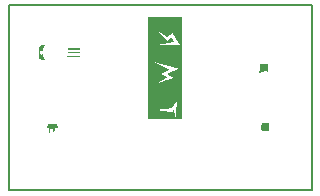
<source format=gbo>
G04 MADE WITH FRITZING*
G04 WWW.FRITZING.ORG*
G04 DOUBLE SIDED*
G04 HOLES PLATED*
G04 CONTOUR ON CENTER OF CONTOUR VECTOR*
%ASAXBY*%
%FSLAX23Y23*%
%MOIN*%
%OFA0B0*%
%SFA1.0B1.0*%
%ADD10R,1.016650X0.624071X1.000650X0.608071*%
%ADD11C,0.008000*%
%ADD12R,0.001000X0.001000*%
%LNSILK0*%
G90*
G70*
G54D11*
X4Y620D02*
X1013Y620D01*
X1013Y4D01*
X4Y4D01*
X4Y620D01*
D02*
G54D12*
X470Y581D02*
X582Y581D01*
X470Y580D02*
X582Y580D01*
X470Y579D02*
X582Y579D01*
X470Y578D02*
X582Y578D01*
X470Y577D02*
X582Y577D01*
X470Y576D02*
X582Y576D01*
X470Y575D02*
X582Y575D01*
X470Y574D02*
X582Y574D01*
X470Y573D02*
X582Y573D01*
X470Y572D02*
X582Y572D01*
X470Y571D02*
X582Y571D01*
X470Y570D02*
X582Y570D01*
X470Y569D02*
X582Y569D01*
X470Y568D02*
X582Y568D01*
X470Y567D02*
X582Y567D01*
X470Y566D02*
X582Y566D01*
X470Y565D02*
X582Y565D01*
X470Y564D02*
X582Y564D01*
X470Y563D02*
X582Y563D01*
X470Y562D02*
X582Y562D01*
X470Y561D02*
X582Y561D01*
X470Y560D02*
X582Y560D01*
X470Y559D02*
X582Y559D01*
X470Y558D02*
X582Y558D01*
X470Y557D02*
X582Y557D01*
X470Y556D02*
X582Y556D01*
X470Y555D02*
X582Y555D01*
X470Y554D02*
X582Y554D01*
X470Y553D02*
X582Y553D01*
X470Y552D02*
X582Y552D01*
X470Y551D02*
X582Y551D01*
X470Y550D02*
X582Y550D01*
X470Y549D02*
X582Y549D01*
X470Y548D02*
X582Y548D01*
X470Y547D02*
X582Y547D01*
X470Y546D02*
X582Y546D01*
X470Y545D02*
X582Y545D01*
X470Y544D02*
X582Y544D01*
X470Y543D02*
X582Y543D01*
X470Y542D02*
X582Y542D01*
X470Y541D02*
X582Y541D01*
X470Y540D02*
X582Y540D01*
X470Y539D02*
X582Y539D01*
X470Y538D02*
X582Y538D01*
X470Y537D02*
X582Y537D01*
X470Y536D02*
X582Y536D01*
X470Y535D02*
X582Y535D01*
X470Y534D02*
X582Y534D01*
X470Y533D02*
X582Y533D01*
X470Y532D02*
X503Y532D01*
X505Y532D02*
X582Y532D01*
X470Y531D02*
X503Y531D01*
X507Y531D02*
X582Y531D01*
X470Y530D02*
X504Y530D01*
X509Y530D02*
X582Y530D01*
X470Y529D02*
X505Y529D01*
X510Y529D02*
X582Y529D01*
X470Y528D02*
X506Y528D01*
X512Y528D02*
X582Y528D01*
X470Y527D02*
X507Y527D01*
X513Y527D02*
X548Y527D01*
X550Y527D02*
X582Y527D01*
X470Y526D02*
X508Y526D01*
X515Y526D02*
X547Y526D01*
X551Y526D02*
X582Y526D01*
X470Y525D02*
X509Y525D01*
X516Y525D02*
X545Y525D01*
X551Y525D02*
X582Y525D01*
X470Y524D02*
X510Y524D01*
X518Y524D02*
X544Y524D01*
X552Y524D02*
X582Y524D01*
X470Y523D02*
X511Y523D01*
X519Y523D02*
X543Y523D01*
X552Y523D02*
X582Y523D01*
X470Y522D02*
X512Y522D01*
X521Y522D02*
X541Y522D01*
X553Y522D02*
X582Y522D01*
X470Y521D02*
X513Y521D01*
X522Y521D02*
X540Y521D01*
X554Y521D02*
X582Y521D01*
X470Y520D02*
X514Y520D01*
X523Y520D02*
X539Y520D01*
X554Y520D02*
X582Y520D01*
X470Y519D02*
X515Y519D01*
X525Y519D02*
X538Y519D01*
X555Y519D02*
X582Y519D01*
X470Y518D02*
X516Y518D01*
X526Y518D02*
X536Y518D01*
X556Y518D02*
X582Y518D01*
X470Y517D02*
X517Y517D01*
X528Y517D02*
X535Y517D01*
X556Y517D02*
X582Y517D01*
X470Y516D02*
X518Y516D01*
X529Y516D02*
X534Y516D01*
X557Y516D02*
X582Y516D01*
X470Y515D02*
X519Y515D01*
X531Y515D02*
X533Y515D01*
X557Y515D02*
X582Y515D01*
X470Y514D02*
X520Y514D01*
X558Y514D02*
X582Y514D01*
X470Y513D02*
X521Y513D01*
X559Y513D02*
X582Y513D01*
X470Y512D02*
X522Y512D01*
X559Y512D02*
X582Y512D01*
X470Y511D02*
X523Y511D01*
X546Y511D02*
X547Y511D01*
X560Y511D02*
X582Y511D01*
X470Y510D02*
X524Y510D01*
X544Y510D02*
X548Y510D01*
X561Y510D02*
X582Y510D01*
X470Y509D02*
X525Y509D01*
X543Y509D02*
X548Y509D01*
X561Y509D02*
X582Y509D01*
X470Y508D02*
X526Y508D01*
X542Y508D02*
X549Y508D01*
X562Y508D02*
X582Y508D01*
X470Y507D02*
X527Y507D01*
X540Y507D02*
X549Y507D01*
X563Y507D02*
X582Y507D01*
X470Y506D02*
X528Y506D01*
X539Y506D02*
X550Y506D01*
X563Y506D02*
X582Y506D01*
X470Y505D02*
X529Y505D01*
X538Y505D02*
X551Y505D01*
X564Y505D02*
X582Y505D01*
X470Y504D02*
X530Y504D01*
X537Y504D02*
X551Y504D01*
X565Y504D02*
X582Y504D01*
X470Y503D02*
X531Y503D01*
X535Y503D02*
X552Y503D01*
X565Y503D02*
X582Y503D01*
X470Y502D02*
X552Y502D01*
X566Y502D02*
X582Y502D01*
X470Y501D02*
X553Y501D01*
X566Y501D02*
X582Y501D01*
X470Y500D02*
X553Y500D01*
X567Y500D02*
X582Y500D01*
X470Y499D02*
X554Y499D01*
X568Y499D02*
X582Y499D01*
X470Y498D02*
X553Y498D01*
X568Y498D02*
X582Y498D01*
X470Y497D02*
X548Y497D01*
X569Y497D02*
X582Y497D01*
X470Y496D02*
X543Y496D01*
X570Y496D02*
X582Y496D01*
X470Y495D02*
X538Y495D01*
X570Y495D02*
X582Y495D01*
X470Y494D02*
X532Y494D01*
X571Y494D02*
X582Y494D01*
X470Y493D02*
X527Y493D01*
X571Y493D02*
X582Y493D01*
X470Y492D02*
X522Y492D01*
X572Y492D02*
X582Y492D01*
X470Y491D02*
X517Y491D01*
X573Y491D02*
X582Y491D01*
X470Y490D02*
X512Y490D01*
X574Y490D02*
X582Y490D01*
X470Y489D02*
X506Y489D01*
X574Y489D02*
X582Y489D01*
X470Y488D02*
X504Y488D01*
X575Y488D02*
X582Y488D01*
X470Y487D02*
X572Y487D01*
X575Y487D02*
X582Y487D01*
X113Y486D02*
X124Y486D01*
X470Y486D02*
X582Y486D01*
X112Y485D02*
X123Y485D01*
X470Y485D02*
X582Y485D01*
X110Y484D02*
X123Y484D01*
X470Y484D02*
X582Y484D01*
X108Y483D02*
X122Y483D01*
X470Y483D02*
X582Y483D01*
X106Y482D02*
X121Y482D01*
X470Y482D02*
X582Y482D01*
X105Y481D02*
X121Y481D01*
X470Y481D02*
X582Y481D01*
X104Y480D02*
X120Y480D01*
X470Y480D02*
X582Y480D01*
X104Y479D02*
X120Y479D01*
X470Y479D02*
X582Y479D01*
X104Y478D02*
X120Y478D01*
X470Y478D02*
X582Y478D01*
X104Y477D02*
X119Y477D01*
X200Y477D02*
X238Y477D01*
X470Y477D02*
X582Y477D01*
X104Y476D02*
X119Y476D01*
X201Y476D02*
X240Y476D01*
X470Y476D02*
X582Y476D01*
X104Y475D02*
X119Y475D01*
X201Y475D02*
X241Y475D01*
X470Y475D02*
X582Y475D01*
X104Y474D02*
X118Y474D01*
X201Y474D02*
X241Y474D01*
X470Y474D02*
X582Y474D01*
X104Y473D02*
X118Y473D01*
X201Y473D02*
X241Y473D01*
X470Y473D02*
X582Y473D01*
X104Y472D02*
X118Y472D01*
X202Y472D02*
X239Y472D01*
X470Y472D02*
X582Y472D01*
X104Y471D02*
X118Y471D01*
X470Y471D02*
X582Y471D01*
X104Y470D02*
X117Y470D01*
X470Y470D02*
X582Y470D01*
X104Y469D02*
X117Y469D01*
X470Y469D02*
X582Y469D01*
X104Y468D02*
X111Y468D01*
X116Y468D02*
X117Y468D01*
X470Y468D02*
X582Y468D01*
X104Y467D02*
X109Y467D01*
X470Y467D02*
X582Y467D01*
X104Y466D02*
X108Y466D01*
X470Y466D02*
X582Y466D01*
X104Y465D02*
X108Y465D01*
X470Y465D02*
X582Y465D01*
X104Y464D02*
X107Y464D01*
X203Y464D02*
X240Y464D01*
X470Y464D02*
X582Y464D01*
X104Y463D02*
X107Y463D01*
X203Y463D02*
X241Y463D01*
X470Y463D02*
X582Y463D01*
X104Y462D02*
X107Y462D01*
X203Y462D02*
X241Y462D01*
X470Y462D02*
X582Y462D01*
X104Y461D02*
X107Y461D01*
X203Y461D02*
X241Y461D01*
X470Y461D02*
X582Y461D01*
X104Y460D02*
X107Y460D01*
X203Y460D02*
X239Y460D01*
X470Y460D02*
X582Y460D01*
X104Y459D02*
X108Y459D01*
X470Y459D02*
X582Y459D01*
X104Y458D02*
X108Y458D01*
X470Y458D02*
X582Y458D01*
X104Y457D02*
X109Y457D01*
X470Y457D02*
X582Y457D01*
X104Y456D02*
X111Y456D01*
X116Y456D02*
X117Y456D01*
X470Y456D02*
X582Y456D01*
X104Y455D02*
X118Y455D01*
X470Y455D02*
X582Y455D01*
X104Y454D02*
X118Y454D01*
X470Y454D02*
X582Y454D01*
X104Y453D02*
X118Y453D01*
X470Y453D02*
X582Y453D01*
X104Y452D02*
X118Y452D01*
X201Y452D02*
X239Y452D01*
X470Y452D02*
X582Y452D01*
X104Y451D02*
X119Y451D01*
X201Y451D02*
X241Y451D01*
X470Y451D02*
X582Y451D01*
X104Y450D02*
X119Y450D01*
X201Y450D02*
X241Y450D01*
X470Y450D02*
X582Y450D01*
X104Y449D02*
X119Y449D01*
X200Y449D02*
X241Y449D01*
X470Y449D02*
X582Y449D01*
X104Y448D02*
X119Y448D01*
X200Y448D02*
X240Y448D01*
X470Y448D02*
X582Y448D01*
X104Y447D02*
X120Y447D01*
X200Y447D02*
X238Y447D01*
X470Y447D02*
X582Y447D01*
X104Y446D02*
X120Y446D01*
X470Y446D02*
X582Y446D01*
X104Y445D02*
X121Y445D01*
X470Y445D02*
X582Y445D01*
X104Y444D02*
X121Y444D01*
X470Y444D02*
X582Y444D01*
X105Y443D02*
X122Y443D01*
X470Y443D02*
X582Y443D01*
X107Y442D02*
X122Y442D01*
X470Y442D02*
X582Y442D01*
X108Y441D02*
X123Y441D01*
X470Y441D02*
X582Y441D01*
X110Y440D02*
X123Y440D01*
X470Y440D02*
X582Y440D01*
X112Y439D02*
X124Y439D01*
X470Y439D02*
X582Y439D01*
X114Y438D02*
X125Y438D01*
X470Y438D02*
X582Y438D01*
X470Y437D02*
X582Y437D01*
X470Y436D02*
X582Y436D01*
X470Y435D02*
X582Y435D01*
X470Y434D02*
X582Y434D01*
X470Y433D02*
X582Y433D01*
X470Y432D02*
X582Y432D01*
X470Y431D02*
X582Y431D01*
X470Y430D02*
X582Y430D01*
X470Y429D02*
X491Y429D01*
X495Y429D02*
X582Y429D01*
X470Y428D02*
X493Y428D01*
X499Y428D02*
X582Y428D01*
X470Y427D02*
X495Y427D01*
X503Y427D02*
X582Y427D01*
X470Y426D02*
X497Y426D01*
X506Y426D02*
X582Y426D01*
X470Y425D02*
X499Y425D01*
X510Y425D02*
X582Y425D01*
X470Y424D02*
X501Y424D01*
X514Y424D02*
X582Y424D01*
X843Y424D02*
X866Y424D01*
X470Y423D02*
X503Y423D01*
X518Y423D02*
X582Y423D01*
X843Y423D02*
X866Y423D01*
X470Y422D02*
X505Y422D01*
X521Y422D02*
X582Y422D01*
X843Y422D02*
X866Y422D01*
X470Y421D02*
X507Y421D01*
X525Y421D02*
X582Y421D01*
X843Y421D02*
X866Y421D01*
X470Y420D02*
X509Y420D01*
X529Y420D02*
X582Y420D01*
X843Y420D02*
X866Y420D01*
X470Y419D02*
X511Y419D01*
X532Y419D02*
X582Y419D01*
X843Y419D02*
X866Y419D01*
X470Y418D02*
X513Y418D01*
X536Y418D02*
X582Y418D01*
X843Y418D02*
X866Y418D01*
X470Y417D02*
X515Y417D01*
X540Y417D02*
X582Y417D01*
X843Y417D02*
X866Y417D01*
X470Y416D02*
X517Y416D01*
X544Y416D02*
X582Y416D01*
X843Y416D02*
X866Y416D01*
X470Y415D02*
X519Y415D01*
X547Y415D02*
X582Y415D01*
X843Y415D02*
X866Y415D01*
X470Y414D02*
X521Y414D01*
X551Y414D02*
X582Y414D01*
X842Y414D02*
X866Y414D01*
X470Y413D02*
X523Y413D01*
X555Y413D02*
X582Y413D01*
X842Y413D02*
X866Y413D01*
X470Y412D02*
X525Y412D01*
X558Y412D02*
X582Y412D01*
X842Y412D02*
X866Y412D01*
X470Y411D02*
X526Y411D01*
X562Y411D02*
X582Y411D01*
X842Y411D02*
X866Y411D01*
X470Y410D02*
X528Y410D01*
X566Y410D02*
X582Y410D01*
X842Y410D02*
X866Y410D01*
X470Y409D02*
X530Y409D01*
X569Y409D02*
X582Y409D01*
X842Y409D02*
X866Y409D01*
X470Y408D02*
X532Y408D01*
X569Y408D02*
X582Y408D01*
X842Y408D02*
X866Y408D01*
X470Y407D02*
X534Y407D01*
X567Y407D02*
X582Y407D01*
X842Y407D02*
X866Y407D01*
X470Y406D02*
X536Y406D01*
X564Y406D02*
X582Y406D01*
X842Y406D02*
X866Y406D01*
X470Y405D02*
X537Y405D01*
X562Y405D02*
X582Y405D01*
X842Y405D02*
X866Y405D01*
X470Y404D02*
X535Y404D01*
X560Y404D02*
X582Y404D01*
X842Y404D02*
X866Y404D01*
X470Y403D02*
X533Y403D01*
X557Y403D02*
X582Y403D01*
X842Y403D02*
X866Y403D01*
X470Y402D02*
X531Y402D01*
X555Y402D02*
X582Y402D01*
X842Y402D02*
X866Y402D01*
X470Y401D02*
X530Y401D01*
X553Y401D02*
X582Y401D01*
X842Y401D02*
X866Y401D01*
X470Y400D02*
X528Y400D01*
X551Y400D02*
X582Y400D01*
X842Y400D02*
X866Y400D01*
X470Y399D02*
X526Y399D01*
X548Y399D02*
X582Y399D01*
X840Y399D02*
X855Y399D01*
X864Y399D02*
X867Y399D01*
X470Y398D02*
X524Y398D01*
X546Y398D02*
X582Y398D01*
X840Y398D02*
X850Y398D01*
X868Y398D02*
X868Y398D01*
X470Y397D02*
X522Y397D01*
X544Y397D02*
X582Y397D01*
X840Y397D02*
X847Y397D01*
X470Y396D02*
X520Y396D01*
X542Y396D02*
X582Y396D01*
X840Y396D02*
X844Y396D01*
X470Y395D02*
X518Y395D01*
X539Y395D02*
X582Y395D01*
X840Y395D02*
X842Y395D01*
X470Y394D02*
X516Y394D01*
X537Y394D02*
X582Y394D01*
X840Y394D02*
X840Y394D01*
X470Y393D02*
X515Y393D01*
X535Y393D02*
X582Y393D01*
X470Y392D02*
X513Y392D01*
X533Y392D02*
X582Y392D01*
X470Y391D02*
X511Y391D01*
X531Y391D02*
X582Y391D01*
X470Y390D02*
X512Y390D01*
X532Y390D02*
X582Y390D01*
X470Y389D02*
X514Y389D01*
X534Y389D02*
X582Y389D01*
X470Y388D02*
X516Y388D01*
X536Y388D02*
X582Y388D01*
X470Y387D02*
X518Y387D01*
X538Y387D02*
X582Y387D01*
X470Y386D02*
X520Y386D01*
X540Y386D02*
X582Y386D01*
X470Y385D02*
X522Y385D01*
X542Y385D02*
X582Y385D01*
X470Y384D02*
X524Y384D01*
X543Y384D02*
X582Y384D01*
X470Y383D02*
X526Y383D01*
X545Y383D02*
X582Y383D01*
X470Y382D02*
X528Y382D01*
X547Y382D02*
X582Y382D01*
X470Y381D02*
X529Y381D01*
X549Y381D02*
X582Y381D01*
X470Y380D02*
X531Y380D01*
X551Y380D02*
X582Y380D01*
X470Y379D02*
X530Y379D01*
X553Y379D02*
X582Y379D01*
X470Y378D02*
X529Y378D01*
X553Y378D02*
X582Y378D01*
X470Y377D02*
X527Y377D01*
X551Y377D02*
X582Y377D01*
X470Y376D02*
X525Y376D01*
X547Y376D02*
X582Y376D01*
X470Y375D02*
X524Y375D01*
X544Y375D02*
X582Y375D01*
X470Y374D02*
X522Y374D01*
X541Y374D02*
X582Y374D01*
X470Y373D02*
X520Y373D01*
X538Y373D02*
X582Y373D01*
X470Y372D02*
X519Y372D01*
X535Y372D02*
X582Y372D01*
X470Y371D02*
X517Y371D01*
X532Y371D02*
X582Y371D01*
X470Y370D02*
X516Y370D01*
X529Y370D02*
X582Y370D01*
X470Y369D02*
X514Y369D01*
X526Y369D02*
X582Y369D01*
X470Y368D02*
X512Y368D01*
X523Y368D02*
X582Y368D01*
X470Y367D02*
X511Y367D01*
X520Y367D02*
X582Y367D01*
X470Y366D02*
X509Y366D01*
X517Y366D02*
X582Y366D01*
X470Y365D02*
X507Y365D01*
X514Y365D02*
X582Y365D01*
X470Y364D02*
X506Y364D01*
X511Y364D02*
X582Y364D01*
X470Y363D02*
X504Y363D01*
X508Y363D02*
X582Y363D01*
X470Y362D02*
X582Y362D01*
X470Y361D02*
X582Y361D01*
X470Y360D02*
X582Y360D01*
X470Y359D02*
X582Y359D01*
X470Y358D02*
X582Y358D01*
X470Y357D02*
X582Y357D01*
X470Y356D02*
X582Y356D01*
X470Y355D02*
X582Y355D01*
X470Y354D02*
X582Y354D01*
X470Y353D02*
X582Y353D01*
X470Y352D02*
X582Y352D01*
X470Y351D02*
X582Y351D01*
X470Y350D02*
X582Y350D01*
X470Y349D02*
X582Y349D01*
X470Y348D02*
X582Y348D01*
X470Y347D02*
X582Y347D01*
X470Y346D02*
X582Y346D01*
X470Y345D02*
X582Y345D01*
X470Y344D02*
X582Y344D01*
X470Y343D02*
X582Y343D01*
X470Y342D02*
X582Y342D01*
X470Y341D02*
X582Y341D01*
X470Y340D02*
X582Y340D01*
X470Y339D02*
X582Y339D01*
X470Y338D02*
X582Y338D01*
X470Y337D02*
X582Y337D01*
X470Y336D02*
X582Y336D01*
X470Y335D02*
X582Y335D01*
X470Y334D02*
X582Y334D01*
X470Y333D02*
X582Y333D01*
X470Y332D02*
X582Y332D01*
X470Y331D02*
X582Y331D01*
X470Y330D02*
X582Y330D01*
X470Y329D02*
X582Y329D01*
X470Y328D02*
X582Y328D01*
X470Y327D02*
X582Y327D01*
X470Y326D02*
X582Y326D01*
X470Y325D02*
X582Y325D01*
X470Y324D02*
X582Y324D01*
X470Y323D02*
X582Y323D01*
X470Y322D02*
X582Y322D01*
X470Y321D02*
X582Y321D01*
X470Y320D02*
X582Y320D01*
X470Y319D02*
X582Y319D01*
X470Y318D02*
X582Y318D01*
X470Y317D02*
X582Y317D01*
X470Y316D02*
X582Y316D01*
X470Y315D02*
X582Y315D01*
X470Y314D02*
X582Y314D01*
X470Y313D02*
X582Y313D01*
X470Y312D02*
X582Y312D01*
X470Y311D02*
X582Y311D01*
X470Y310D02*
X582Y310D01*
X470Y309D02*
X582Y309D01*
X470Y308D02*
X582Y308D01*
X470Y307D02*
X582Y307D01*
X470Y306D02*
X582Y306D01*
X470Y305D02*
X582Y305D01*
X470Y304D02*
X582Y304D01*
X470Y303D02*
X582Y303D01*
X470Y302D02*
X582Y302D01*
X470Y301D02*
X582Y301D01*
X470Y300D02*
X582Y300D01*
X470Y299D02*
X582Y299D01*
X470Y298D02*
X563Y298D01*
X565Y298D02*
X582Y298D01*
X470Y297D02*
X562Y297D01*
X565Y297D02*
X582Y297D01*
X470Y296D02*
X561Y296D01*
X565Y296D02*
X582Y296D01*
X470Y295D02*
X560Y295D01*
X565Y295D02*
X582Y295D01*
X470Y294D02*
X559Y294D01*
X565Y294D02*
X582Y294D01*
X470Y293D02*
X559Y293D01*
X564Y293D02*
X582Y293D01*
X470Y292D02*
X558Y292D01*
X564Y292D02*
X582Y292D01*
X470Y291D02*
X557Y291D01*
X564Y291D02*
X582Y291D01*
X470Y290D02*
X556Y290D01*
X564Y290D02*
X582Y290D01*
X470Y289D02*
X555Y289D01*
X564Y289D02*
X582Y289D01*
X470Y288D02*
X555Y288D01*
X564Y288D02*
X582Y288D01*
X470Y287D02*
X554Y287D01*
X564Y287D02*
X582Y287D01*
X470Y286D02*
X553Y286D01*
X564Y286D02*
X582Y286D01*
X470Y285D02*
X552Y285D01*
X564Y285D02*
X582Y285D01*
X470Y284D02*
X552Y284D01*
X564Y284D02*
X582Y284D01*
X470Y283D02*
X551Y283D01*
X564Y283D02*
X582Y283D01*
X470Y282D02*
X550Y282D01*
X564Y282D02*
X582Y282D01*
X470Y281D02*
X549Y281D01*
X563Y281D02*
X582Y281D01*
X470Y280D02*
X549Y280D01*
X563Y280D02*
X582Y280D01*
X470Y279D02*
X548Y279D01*
X563Y279D02*
X582Y279D01*
X470Y278D02*
X547Y278D01*
X563Y278D02*
X582Y278D01*
X470Y277D02*
X544Y277D01*
X563Y277D02*
X582Y277D01*
X470Y276D02*
X536Y276D01*
X563Y276D02*
X582Y276D01*
X470Y275D02*
X527Y275D01*
X563Y275D02*
X582Y275D01*
X470Y274D02*
X517Y274D01*
X563Y274D02*
X582Y274D01*
X470Y273D02*
X508Y273D01*
X563Y273D02*
X582Y273D01*
X470Y272D02*
X499Y272D01*
X563Y272D02*
X582Y272D01*
X470Y271D02*
X493Y271D01*
X563Y271D02*
X582Y271D01*
X470Y270D02*
X499Y270D01*
X554Y270D02*
X554Y270D01*
X563Y270D02*
X582Y270D01*
X470Y269D02*
X507Y269D01*
X553Y269D02*
X554Y269D01*
X562Y269D02*
X582Y269D01*
X470Y268D02*
X514Y268D01*
X552Y268D02*
X554Y268D01*
X562Y268D02*
X582Y268D01*
X470Y267D02*
X522Y267D01*
X551Y267D02*
X555Y267D01*
X562Y267D02*
X582Y267D01*
X470Y266D02*
X530Y266D01*
X551Y266D02*
X555Y266D01*
X562Y266D02*
X582Y266D01*
X470Y265D02*
X538Y265D01*
X550Y265D02*
X555Y265D01*
X562Y265D02*
X582Y265D01*
X470Y264D02*
X545Y264D01*
X549Y264D02*
X555Y264D01*
X562Y264D02*
X582Y264D01*
X470Y263D02*
X555Y263D01*
X562Y263D02*
X582Y263D01*
X470Y262D02*
X556Y262D01*
X562Y262D02*
X582Y262D01*
X470Y261D02*
X556Y261D01*
X562Y261D02*
X582Y261D01*
X470Y260D02*
X556Y260D01*
X562Y260D02*
X582Y260D01*
X470Y259D02*
X556Y259D01*
X562Y259D02*
X582Y259D01*
X470Y258D02*
X557Y258D01*
X562Y258D02*
X582Y258D01*
X470Y257D02*
X557Y257D01*
X561Y257D02*
X582Y257D01*
X470Y256D02*
X557Y256D01*
X561Y256D02*
X582Y256D01*
X470Y255D02*
X557Y255D01*
X561Y255D02*
X582Y255D01*
X470Y254D02*
X557Y254D01*
X561Y254D02*
X582Y254D01*
X470Y253D02*
X558Y253D01*
X561Y253D02*
X582Y253D01*
X470Y252D02*
X558Y252D01*
X561Y252D02*
X582Y252D01*
X470Y251D02*
X558Y251D01*
X561Y251D02*
X582Y251D01*
X470Y250D02*
X558Y250D01*
X561Y250D02*
X582Y250D01*
X470Y249D02*
X558Y249D01*
X561Y249D02*
X582Y249D01*
X470Y248D02*
X559Y248D01*
X561Y248D02*
X582Y248D01*
X470Y247D02*
X559Y247D01*
X561Y247D02*
X582Y247D01*
X470Y246D02*
X582Y246D01*
X470Y245D02*
X582Y245D01*
X470Y244D02*
X582Y244D01*
X470Y243D02*
X582Y243D01*
X470Y242D02*
X582Y242D01*
X470Y241D02*
X582Y241D01*
X470Y240D02*
X582Y240D01*
X847Y228D02*
X849Y228D01*
X870Y228D02*
X870Y228D01*
X847Y227D02*
X852Y227D01*
X866Y227D02*
X870Y227D01*
X847Y226D02*
X870Y226D01*
X847Y225D02*
X870Y225D01*
X134Y224D02*
X164Y224D01*
X847Y224D02*
X870Y224D01*
X134Y223D02*
X164Y223D01*
X847Y223D02*
X870Y223D01*
X134Y222D02*
X164Y222D01*
X847Y222D02*
X870Y222D01*
X134Y221D02*
X164Y221D01*
X847Y221D02*
X870Y221D01*
X134Y220D02*
X164Y220D01*
X847Y220D02*
X870Y220D01*
X134Y219D02*
X164Y219D01*
X846Y219D02*
X870Y219D01*
X134Y218D02*
X164Y218D01*
X846Y218D02*
X870Y218D01*
X132Y217D02*
X165Y217D01*
X846Y217D02*
X870Y217D01*
X132Y216D02*
X166Y216D01*
X846Y216D02*
X870Y216D01*
X132Y215D02*
X166Y215D01*
X846Y215D02*
X870Y215D01*
X132Y214D02*
X167Y214D01*
X846Y214D02*
X870Y214D01*
X132Y213D02*
X166Y213D01*
X846Y213D02*
X870Y213D01*
X132Y212D02*
X166Y212D01*
X846Y212D02*
X870Y212D01*
X132Y211D02*
X166Y211D01*
X846Y211D02*
X870Y211D01*
X135Y210D02*
X166Y210D01*
X846Y210D02*
X870Y210D01*
X138Y209D02*
X158Y209D01*
X845Y209D02*
X871Y209D01*
X138Y208D02*
X142Y208D01*
X153Y208D02*
X156Y208D01*
X844Y208D02*
X872Y208D01*
X138Y207D02*
X142Y207D01*
X153Y207D02*
X156Y207D01*
X844Y207D02*
X872Y207D01*
X138Y206D02*
X141Y206D01*
X153Y206D02*
X156Y206D01*
X844Y206D02*
X872Y206D01*
X138Y205D02*
X141Y205D01*
X153Y205D02*
X156Y205D01*
X844Y205D02*
X872Y205D01*
X138Y204D02*
X141Y204D01*
X153Y204D02*
X156Y204D01*
X844Y204D02*
X872Y204D01*
X138Y203D02*
X141Y203D01*
X153Y203D02*
X156Y203D01*
X847Y203D02*
X872Y203D01*
X138Y202D02*
X141Y202D01*
X153Y202D02*
X156Y202D01*
X849Y202D02*
X852Y202D01*
X855Y202D02*
X864Y202D01*
X138Y201D02*
X141Y201D01*
X153Y201D02*
X156Y201D01*
X849Y201D02*
X852Y201D01*
X862Y201D02*
X864Y201D01*
X138Y200D02*
X141Y200D01*
X153Y200D02*
X156Y200D01*
X138Y199D02*
X141Y199D01*
X153Y199D02*
X155Y199D01*
X138Y198D02*
X141Y198D01*
X138Y197D02*
X141Y197D01*
X138Y196D02*
X141Y196D01*
X138Y195D02*
X141Y195D01*
X138Y194D02*
X141Y194D01*
X138Y193D02*
X139Y193D01*
X138Y192D02*
X138Y192D01*
D02*
G04 End of Silk0*
M02*
</source>
